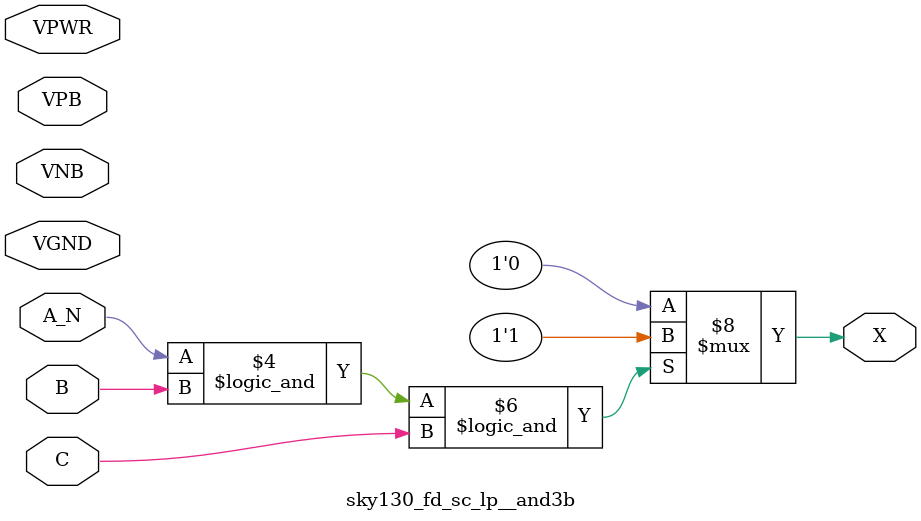
<source format=v>
module sky130_fd_sc_lp__and3b (
    input  wire        A_N,
    input  wire        B,
    input  wire        C,
    input  wire        VPWR,
    input  wire        VGND,
    input  wire        VPB,
    input  wire        VNB,
    output reg         X
);

    // AND gate implementation
    always @(*) begin
        if (A_N == 1'b1 && B == 1'b1 && C == 1'b1) begin
            X <= 1'b1;
        end
        else begin
            X <= 1'b0;
        end
    end

endmodule
</source>
